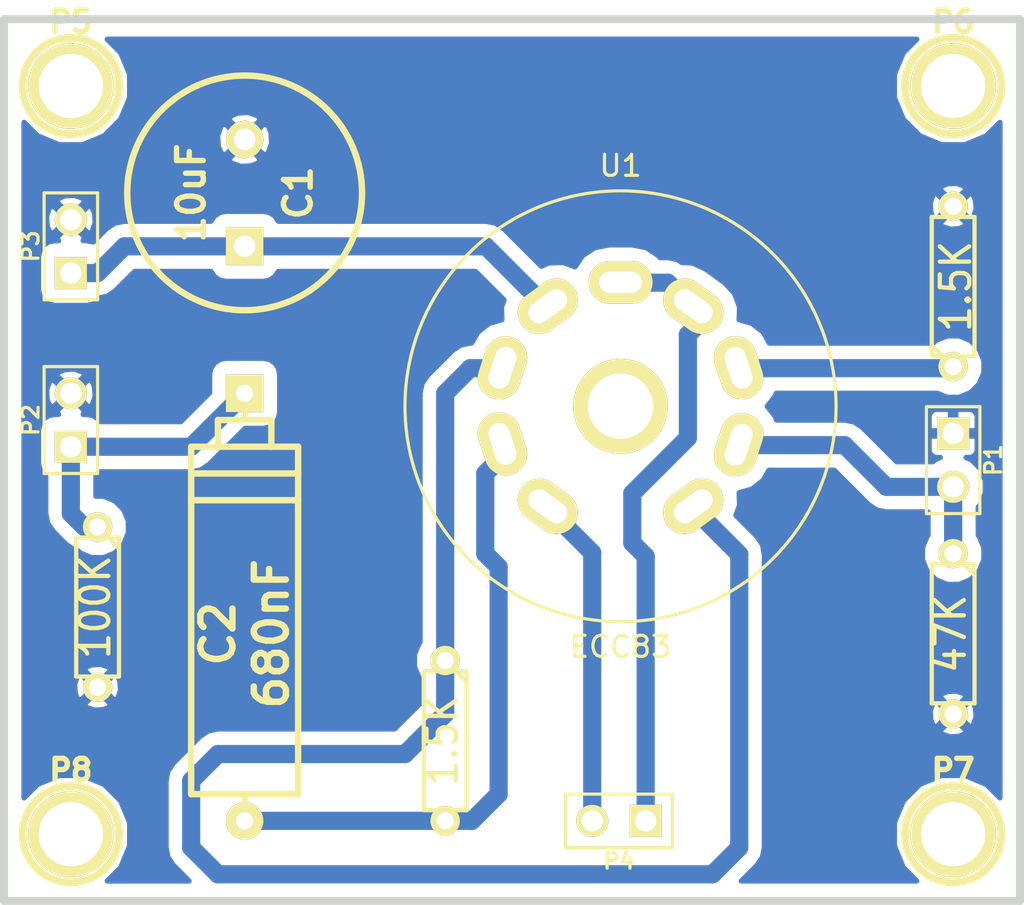
<source format=kicad_pcb>
(kicad_pcb (version 4) (host pcbnew "(2014-12-31 BZR 5344)-product")

  (general
    (links 21)
    (no_connects 1)
    (area 119.824499 90.614499 168.465501 132.905501)
    (thickness 1.6002)
    (drawings 4)
    (tracks 49)
    (zones 0)
    (modules 15)
    (nets 14)
  )

  (page A4)
  (layers
    (0 Dessus signal)
    (31 Dessous signal)
    (32 B.Adhes user)
    (33 F.Adhes user)
    (34 B.Paste user)
    (35 F.Paste user)
    (36 B.SilkS user)
    (37 F.SilkS user)
    (38 B.Mask user)
    (39 F.Mask user)
    (40 Dwgs.User user)
    (41 Cmts.User user)
    (42 Eco1.User user)
    (43 Eco2.User user)
    (44 Edge.Cuts user)
  )

  (setup
    (last_trace_width 0.8636)
    (user_trace_width 1)
    (user_trace_width 2)
    (user_trace_width 3)
    (trace_clearance 0.508)
    (zone_clearance 0.635)
    (zone_45_only no)
    (trace_min 0.154)
    (segment_width 0.381)
    (edge_width 0.381)
    (via_size 1.905)
    (via_drill 0.635)
    (via_min_size 0.889)
    (via_min_drill 0.508)
    (user_via 2 1)
    (user_via 3 2)
    (uvia_size 0.508)
    (uvia_drill 0.127)
    (uvias_allowed no)
    (uvia_min_size 0.508)
    (uvia_min_drill 0.127)
    (pcb_text_width 0.3048)
    (pcb_text_size 1.524 2.032)
    (mod_edge_width 0.381)
    (mod_text_size 1.524 1.524)
    (mod_text_width 0.3048)
    (pad_size 2.794 1.397)
    (pad_drill 1.9304)
    (pad_to_mask_clearance 0.1)
    (aux_axis_origin 0 0)
    (visible_elements 7FFFF7FF)
    (pcbplotparams
      (layerselection 0x00030_80000001)
      (usegerberextensions true)
      (excludeedgelayer true)
      (linewidth 0.150000)
      (plotframeref false)
      (viasonmask false)
      (mode 1)
      (useauxorigin false)
      (hpglpennumber 1)
      (hpglpenspeed 20)
      (hpglpendiameter 15)
      (hpglpenoverlay 2)
      (psnegative false)
      (psa4output false)
      (plotreference true)
      (plotvalue true)
      (plotinvisibletext false)
      (padsonsilk false)
      (subtractmaskfromsilk false)
      (outputformat 1)
      (mirror false)
      (drillshape 1)
      (scaleselection 1)
      (outputdirectory ""))
  )

  (net 0 "")
  (net 1 GND)
  (net 2 "Net-(C1-Pad1)")
  (net 3 "Net-(C2-Pad1)")
  (net 4 "Net-(C2-Pad2)")
  (net 5 "Net-(P1-Pad2)")
  (net 6 "Net-(P4-Pad1)")
  (net 7 "Net-(P4-Pad2)")
  (net 8 "Net-(R1-Pad1)")
  (net 9 "Net-(R2-Pad1)")
  (net 10 "Net-(P5-Pad1)")
  (net 11 "Net-(P6-Pad1)")
  (net 12 "Net-(P7-Pad1)")
  (net 13 "Net-(P8-Pad1)")

  (net_class Default "Ceci est la Netclass par défaut"
    (clearance 0.508)
    (trace_width 0.8636)
    (via_dia 1.905)
    (via_drill 0.635)
    (uvia_dia 0.508)
    (uvia_drill 0.127)
    (add_net GND)
    (add_net "Net-(C1-Pad1)")
    (add_net "Net-(C2-Pad1)")
    (add_net "Net-(C2-Pad2)")
    (add_net "Net-(P1-Pad2)")
    (add_net "Net-(P4-Pad1)")
    (add_net "Net-(P4-Pad2)")
    (add_net "Net-(P5-Pad1)")
    (add_net "Net-(P6-Pad1)")
    (add_net "Net-(P7-Pad1)")
    (add_net "Net-(P8-Pad1)")
    (add_net "Net-(R1-Pad1)")
    (add_net "Net-(R2-Pad1)")
  )

  (module discret:C2V10 (layer Dessus) (tedit 54A58223) (tstamp 54A58357)
    (at 131.445 99.06 90)
    (descr "Condensateur polarise")
    (tags CP)
    (path /4549F4BE)
    (fp_text reference C1 (at 0 2.54 90) (layer F.SilkS)
      (effects (font (size 1.27 1.27) (thickness 0.254)))
    )
    (fp_text value 10uF (at 0 -2.54 90) (layer F.SilkS)
      (effects (font (size 1.27 1.27) (thickness 0.254)))
    )
    (fp_circle (center 0 0) (end 4.826 -2.794) (layer F.SilkS) (width 0.3048))
    (pad 1 thru_hole rect (at -2.54 0 90) (size 1.778 1.778) (drill 1.016) (layers *.Cu *.Mask F.SilkS)
      (net 2 "Net-(C1-Pad1)"))
    (pad 2 thru_hole circle (at 2.54 0 90) (size 1.778 1.778) (drill 1.016) (layers *.Cu *.Mask F.SilkS)
      (net 1 GND))
    (model discret/c_vert_c2v10.wrl
      (at (xyz 0 0 0))
      (scale (xyz 1 1 1))
      (rotate (xyz 0 0 0))
    )
  )

  (module discret:CP8 (layer Dessus) (tedit 54A58223) (tstamp 54A5835C)
    (at 131.445 118.745 270)
    (descr "Condensateur polarise")
    (tags CP)
    (path /4549F3BE)
    (fp_text reference C2 (at 1.27 1.27 270) (layer F.SilkS)
      (effects (font (thickness 0.3048)))
    )
    (fp_text value 680nF (at 1.27 -1.27 270) (layer F.SilkS)
      (effects (font (thickness 0.3048)))
    )
    (fp_line (start -10.16 0) (end -8.89 0) (layer F.SilkS) (width 0.3048))
    (fp_line (start -7.62 1.27) (end -8.89 1.27) (layer F.SilkS) (width 0.3048))
    (fp_line (start -8.89 1.27) (end -8.89 -1.27) (layer F.SilkS) (width 0.3048))
    (fp_line (start -8.89 -1.27) (end -7.62 -1.27) (layer F.SilkS) (width 0.3048))
    (fp_line (start -7.62 2.54) (end -7.62 -2.54) (layer F.SilkS) (width 0.3048))
    (fp_line (start -7.62 -2.54) (end 8.89 -2.54) (layer F.SilkS) (width 0.3048))
    (fp_line (start 8.89 -2.54) (end 8.89 2.54) (layer F.SilkS) (width 0.3048))
    (fp_line (start 8.89 2.54) (end -7.62 2.54) (layer F.SilkS) (width 0.3048))
    (fp_line (start 8.89 0) (end 10.16 0) (layer F.SilkS) (width 0.3048))
    (fp_line (start -5.08 -2.54) (end -5.08 2.54) (layer F.SilkS) (width 0.3048))
    (fp_line (start -6.35 2.54) (end -6.35 -2.54) (layer F.SilkS) (width 0.3048))
    (pad 1 thru_hole rect (at -10.16 0 270) (size 1.778 1.778) (drill 0.8128) (layers *.Cu *.Mask F.SilkS)
      (net 3 "Net-(C2-Pad1)"))
    (pad 2 thru_hole circle (at 10.16 0 270) (size 1.778 1.778) (drill 0.8128) (layers *.Cu *.Mask F.SilkS)
      (net 4 "Net-(C2-Pad2)"))
    (model discret/c_pol.wrl
      (at (xyz 0 0 0))
      (scale (xyz 0.8 0.8 0.8))
      (rotate (xyz 0 0 0))
    )
  )

  (module pin_array:pin_array_1x02 (layer Dessus) (tedit 541A9B89) (tstamp 54A58361)
    (at 165.1 111.76 270)
    (descr "Connecteurs 2 pins")
    (tags "CONN DEV")
    (path /4549F464)
    (fp_text reference P1 (at 0 -1.905 270) (layer F.SilkS)
      (effects (font (size 0.762 0.762) (thickness 0.1524)))
    )
    (fp_text value IN (at 0 -1.905 270) (layer F.SilkS) hide
      (effects (font (size 0.762 0.762) (thickness 0.1524)))
    )
    (fp_line (start -2.54 1.27) (end -2.54 -1.27) (layer F.SilkS) (width 0.1524))
    (fp_line (start -2.54 -1.27) (end 2.54 -1.27) (layer F.SilkS) (width 0.1524))
    (fp_line (start 2.54 -1.27) (end 2.54 1.27) (layer F.SilkS) (width 0.1524))
    (fp_line (start 2.54 1.27) (end -2.54 1.27) (layer F.SilkS) (width 0.1524))
    (pad 1 thru_hole rect (at -1.27 0 270) (size 1.524 1.524) (drill 1.016) (layers *.Cu *.Mask F.SilkS)
      (net 1 GND))
    (pad 2 thru_hole circle (at 1.27 0 270) (size 1.524 1.524) (drill 1.016) (layers *.Cu *.Mask F.SilkS)
      (net 5 "Net-(P1-Pad2)"))
    (model pin_array/pins_array_2x1.wrl
      (at (xyz 0 0 0))
      (scale (xyz 1 1 1))
      (rotate (xyz 0 0 0))
    )
  )

  (module pin_array:pin_array_1x02 (layer Dessus) (tedit 541A9B89) (tstamp 54A58366)
    (at 123.19 109.855 90)
    (descr "Connecteurs 2 pins")
    (tags "CONN DEV")
    (path /4549F46C)
    (fp_text reference P2 (at 0 -1.905 90) (layer F.SilkS)
      (effects (font (size 0.762 0.762) (thickness 0.1524)))
    )
    (fp_text value OUT (at 0 -1.905 90) (layer F.SilkS) hide
      (effects (font (size 0.762 0.762) (thickness 0.1524)))
    )
    (fp_line (start -2.54 1.27) (end -2.54 -1.27) (layer F.SilkS) (width 0.1524))
    (fp_line (start -2.54 -1.27) (end 2.54 -1.27) (layer F.SilkS) (width 0.1524))
    (fp_line (start 2.54 -1.27) (end 2.54 1.27) (layer F.SilkS) (width 0.1524))
    (fp_line (start 2.54 1.27) (end -2.54 1.27) (layer F.SilkS) (width 0.1524))
    (pad 1 thru_hole rect (at -1.27 0 90) (size 1.524 1.524) (drill 1.016) (layers *.Cu *.Mask F.SilkS)
      (net 3 "Net-(C2-Pad1)"))
    (pad 2 thru_hole circle (at 1.27 0 90) (size 1.524 1.524) (drill 1.016) (layers *.Cu *.Mask F.SilkS)
      (net 1 GND))
    (model pin_array/pins_array_2x1.wrl
      (at (xyz 0 0 0))
      (scale (xyz 1 1 1))
      (rotate (xyz 0 0 0))
    )
  )

  (module pin_array:pin_array_1x02 (layer Dessus) (tedit 541A9B89) (tstamp 54A5836B)
    (at 123.19 101.6 90)
    (descr "Connecteurs 2 pins")
    (tags "CONN DEV")
    (path /4549F4A5)
    (fp_text reference P3 (at 0 -1.905 90) (layer F.SilkS)
      (effects (font (size 0.762 0.762) (thickness 0.1524)))
    )
    (fp_text value POWER (at 0 -1.905 90) (layer F.SilkS) hide
      (effects (font (size 0.762 0.762) (thickness 0.1524)))
    )
    (fp_line (start -2.54 1.27) (end -2.54 -1.27) (layer F.SilkS) (width 0.1524))
    (fp_line (start -2.54 -1.27) (end 2.54 -1.27) (layer F.SilkS) (width 0.1524))
    (fp_line (start 2.54 -1.27) (end 2.54 1.27) (layer F.SilkS) (width 0.1524))
    (fp_line (start 2.54 1.27) (end -2.54 1.27) (layer F.SilkS) (width 0.1524))
    (pad 1 thru_hole rect (at -1.27 0 90) (size 1.524 1.524) (drill 1.016) (layers *.Cu *.Mask F.SilkS)
      (net 2 "Net-(C1-Pad1)"))
    (pad 2 thru_hole circle (at 1.27 0 90) (size 1.524 1.524) (drill 1.016) (layers *.Cu *.Mask F.SilkS)
      (net 1 GND))
    (model pin_array/pins_array_2x1.wrl
      (at (xyz 0 0 0))
      (scale (xyz 1 1 1))
      (rotate (xyz 0 0 0))
    )
  )

  (module pin_array:pin_array_1x02 (layer Dessus) (tedit 541A9B89) (tstamp 54A58370)
    (at 149.225 128.905 180)
    (descr "Connecteurs 2 pins")
    (tags "CONN DEV")
    (path /456A8ACC)
    (fp_text reference P4 (at 0 -1.905 180) (layer F.SilkS)
      (effects (font (size 0.762 0.762) (thickness 0.1524)))
    )
    (fp_text value CONN_2 (at 0 -1.905 180) (layer F.SilkS) hide
      (effects (font (size 0.762 0.762) (thickness 0.1524)))
    )
    (fp_line (start -2.54 1.27) (end -2.54 -1.27) (layer F.SilkS) (width 0.1524))
    (fp_line (start -2.54 -1.27) (end 2.54 -1.27) (layer F.SilkS) (width 0.1524))
    (fp_line (start 2.54 -1.27) (end 2.54 1.27) (layer F.SilkS) (width 0.1524))
    (fp_line (start 2.54 1.27) (end -2.54 1.27) (layer F.SilkS) (width 0.1524))
    (pad 1 thru_hole rect (at -1.27 0 180) (size 1.524 1.524) (drill 1.016) (layers *.Cu *.Mask F.SilkS)
      (net 6 "Net-(P4-Pad1)"))
    (pad 2 thru_hole circle (at 1.27 0 180) (size 1.524 1.524) (drill 1.016) (layers *.Cu *.Mask F.SilkS)
      (net 7 "Net-(P4-Pad2)"))
    (model pin_array/pins_array_2x1.wrl
      (at (xyz 0 0 0))
      (scale (xyz 1 1 1))
      (rotate (xyz 0 0 0))
    )
  )

  (module discret:R3 (layer Dessus) (tedit 54A58223) (tstamp 54A58389)
    (at 140.97 125.095 270)
    (descr "Resitance 3 pas")
    (tags R)
    (path /4549F38A)
    (autoplace_cost180 10)
    (fp_text reference R1 (at 0 0.127 270) (layer F.SilkS) hide
      (effects (font (size 1.397 1.27) (thickness 0.2032)))
    )
    (fp_text value 1.5K (at 0 0.127 270) (layer F.SilkS)
      (effects (font (size 1.397 1.27) (thickness 0.2032)))
    )
    (fp_line (start -3.81 0) (end -3.302 0) (layer F.SilkS) (width 0.2032))
    (fp_line (start 3.81 0) (end 3.302 0) (layer F.SilkS) (width 0.2032))
    (fp_line (start 3.302 0) (end 3.302 -1.016) (layer F.SilkS) (width 0.2032))
    (fp_line (start 3.302 -1.016) (end -3.302 -1.016) (layer F.SilkS) (width 0.2032))
    (fp_line (start -3.302 -1.016) (end -3.302 1.016) (layer F.SilkS) (width 0.2032))
    (fp_line (start -3.302 1.016) (end 3.302 1.016) (layer F.SilkS) (width 0.2032))
    (fp_line (start 3.302 1.016) (end 3.302 0) (layer F.SilkS) (width 0.2032))
    (fp_line (start -3.302 -0.508) (end -2.794 -1.016) (layer F.SilkS) (width 0.2032))
    (pad 1 thru_hole circle (at -3.81 0 270) (size 1.397 1.397) (drill 0.8128) (layers *.Cu *.Mask F.SilkS)
      (net 8 "Net-(R1-Pad1)"))
    (pad 2 thru_hole circle (at 3.81 0 270) (size 1.397 1.397) (drill 0.8128) (layers *.Cu *.Mask F.SilkS)
      (net 4 "Net-(C2-Pad2)"))
    (model discret/resistor.wrl
      (at (xyz 0 0 0))
      (scale (xyz 0.3 0.3 0.3))
      (rotate (xyz 0 0 0))
    )
  )

  (module discret:R3 (layer Dessus) (tedit 54A58223) (tstamp 54A5838E)
    (at 165.1 103.505 90)
    (descr "Resitance 3 pas")
    (tags R)
    (path /4549F39D)
    (autoplace_cost180 10)
    (fp_text reference R2 (at 0 0.127 90) (layer F.SilkS) hide
      (effects (font (size 1.397 1.27) (thickness 0.2032)))
    )
    (fp_text value 1.5K (at 0 0.127 90) (layer F.SilkS)
      (effects (font (size 1.397 1.27) (thickness 0.2032)))
    )
    (fp_line (start -3.81 0) (end -3.302 0) (layer F.SilkS) (width 0.2032))
    (fp_line (start 3.81 0) (end 3.302 0) (layer F.SilkS) (width 0.2032))
    (fp_line (start 3.302 0) (end 3.302 -1.016) (layer F.SilkS) (width 0.2032))
    (fp_line (start 3.302 -1.016) (end -3.302 -1.016) (layer F.SilkS) (width 0.2032))
    (fp_line (start -3.302 -1.016) (end -3.302 1.016) (layer F.SilkS) (width 0.2032))
    (fp_line (start -3.302 1.016) (end 3.302 1.016) (layer F.SilkS) (width 0.2032))
    (fp_line (start 3.302 1.016) (end 3.302 0) (layer F.SilkS) (width 0.2032))
    (fp_line (start -3.302 -0.508) (end -2.794 -1.016) (layer F.SilkS) (width 0.2032))
    (pad 1 thru_hole circle (at -3.81 0 90) (size 1.397 1.397) (drill 0.8128) (layers *.Cu *.Mask F.SilkS)
      (net 9 "Net-(R2-Pad1)"))
    (pad 2 thru_hole circle (at 3.81 0 90) (size 1.397 1.397) (drill 0.8128) (layers *.Cu *.Mask F.SilkS)
      (net 1 GND))
    (model discret/resistor.wrl
      (at (xyz 0 0 0))
      (scale (xyz 0.3 0.3 0.3))
      (rotate (xyz 0 0 0))
    )
  )

  (module discret:R3 (layer Dessus) (tedit 54A58223) (tstamp 54A58393)
    (at 124.46 118.745 270)
    (descr "Resitance 3 pas")
    (tags R)
    (path /4549F3AD)
    (autoplace_cost180 10)
    (fp_text reference R3 (at 0 0.127 270) (layer F.SilkS) hide
      (effects (font (size 1.397 1.27) (thickness 0.2032)))
    )
    (fp_text value 100K (at 0 0.127 270) (layer F.SilkS)
      (effects (font (size 1.397 1.27) (thickness 0.2032)))
    )
    (fp_line (start -3.81 0) (end -3.302 0) (layer F.SilkS) (width 0.2032))
    (fp_line (start 3.81 0) (end 3.302 0) (layer F.SilkS) (width 0.2032))
    (fp_line (start 3.302 0) (end 3.302 -1.016) (layer F.SilkS) (width 0.2032))
    (fp_line (start 3.302 -1.016) (end -3.302 -1.016) (layer F.SilkS) (width 0.2032))
    (fp_line (start -3.302 -1.016) (end -3.302 1.016) (layer F.SilkS) (width 0.2032))
    (fp_line (start -3.302 1.016) (end 3.302 1.016) (layer F.SilkS) (width 0.2032))
    (fp_line (start 3.302 1.016) (end 3.302 0) (layer F.SilkS) (width 0.2032))
    (fp_line (start -3.302 -0.508) (end -2.794 -1.016) (layer F.SilkS) (width 0.2032))
    (pad 1 thru_hole circle (at -3.81 0 270) (size 1.397 1.397) (drill 0.8128) (layers *.Cu *.Mask F.SilkS)
      (net 3 "Net-(C2-Pad1)"))
    (pad 2 thru_hole circle (at 3.81 0 270) (size 1.397 1.397) (drill 0.8128) (layers *.Cu *.Mask F.SilkS)
      (net 1 GND))
    (model discret/resistor.wrl
      (at (xyz 0 0 0))
      (scale (xyz 0.3 0.3 0.3))
      (rotate (xyz 0 0 0))
    )
  )

  (module discret:R3 (layer Dessus) (tedit 54A58223) (tstamp 54A58398)
    (at 165.1 120.015 270)
    (descr "Resitance 3 pas")
    (tags R)
    (path /4549F3A2)
    (autoplace_cost180 10)
    (fp_text reference R4 (at 0 0.127 270) (layer F.SilkS) hide
      (effects (font (size 1.397 1.27) (thickness 0.2032)))
    )
    (fp_text value 47K (at 0 0.127 270) (layer F.SilkS)
      (effects (font (size 1.397 1.27) (thickness 0.2032)))
    )
    (fp_line (start -3.81 0) (end -3.302 0) (layer F.SilkS) (width 0.2032))
    (fp_line (start 3.81 0) (end 3.302 0) (layer F.SilkS) (width 0.2032))
    (fp_line (start 3.302 0) (end 3.302 -1.016) (layer F.SilkS) (width 0.2032))
    (fp_line (start 3.302 -1.016) (end -3.302 -1.016) (layer F.SilkS) (width 0.2032))
    (fp_line (start -3.302 -1.016) (end -3.302 1.016) (layer F.SilkS) (width 0.2032))
    (fp_line (start -3.302 1.016) (end 3.302 1.016) (layer F.SilkS) (width 0.2032))
    (fp_line (start 3.302 1.016) (end 3.302 0) (layer F.SilkS) (width 0.2032))
    (fp_line (start -3.302 -0.508) (end -2.794 -1.016) (layer F.SilkS) (width 0.2032))
    (pad 1 thru_hole circle (at -3.81 0 270) (size 1.397 1.397) (drill 0.8128) (layers *.Cu *.Mask F.SilkS)
      (net 5 "Net-(P1-Pad2)"))
    (pad 2 thru_hole circle (at 3.81 0 270) (size 1.397 1.397) (drill 0.8128) (layers *.Cu *.Mask F.SilkS)
      (net 1 GND))
    (model discret/resistor.wrl
      (at (xyz 0 0 0))
      (scale (xyz 0.3 0.3 0.3))
      (rotate (xyz 0 0 0))
    )
  )

  (module connect:1pin (layer Dessus) (tedit 54A58223) (tstamp 54A583D2)
    (at 123.19 93.98)
    (descr "module 1 pin (ou trou mecanique de percage)")
    (tags DEV)
    (path /54A5830A)
    (fp_text reference P5 (at 0 -3.048) (layer F.SilkS)
      (effects (font (size 1.016 1.016) (thickness 0.254)))
    )
    (fp_text value CONN_1 (at 0 2.794) (layer F.SilkS) hide
      (effects (font (size 1.016 1.016) (thickness 0.254)))
    )
    (fp_circle (center 0 0) (end 0 -2.286) (layer F.SilkS) (width 0.381))
    (pad 1 thru_hole circle (at 0 0) (size 4.064 4.064) (drill 3.048) (layers *.Cu *.Mask F.SilkS)
      (net 10 "Net-(P5-Pad1)"))
  )

  (module connect:1pin (layer Dessus) (tedit 54A58223) (tstamp 54A583D6)
    (at 165.1 93.98)
    (descr "module 1 pin (ou trou mecanique de percage)")
    (tags DEV)
    (path /54A58363)
    (fp_text reference P6 (at 0 -3.048) (layer F.SilkS)
      (effects (font (size 1.016 1.016) (thickness 0.254)))
    )
    (fp_text value CONN_1 (at 0 2.794) (layer F.SilkS) hide
      (effects (font (size 1.016 1.016) (thickness 0.254)))
    )
    (fp_circle (center 0 0) (end 0 -2.286) (layer F.SilkS) (width 0.381))
    (pad 1 thru_hole circle (at 0 0) (size 4.064 4.064) (drill 3.048) (layers *.Cu *.Mask F.SilkS)
      (net 11 "Net-(P6-Pad1)"))
  )

  (module connect:1pin (layer Dessus) (tedit 54A58223) (tstamp 54A583DA)
    (at 165.1 129.54)
    (descr "module 1 pin (ou trou mecanique de percage)")
    (tags DEV)
    (path /54A5837A)
    (fp_text reference P7 (at 0 -3.048) (layer F.SilkS)
      (effects (font (size 1.016 1.016) (thickness 0.254)))
    )
    (fp_text value CONN_1 (at 0 2.794) (layer F.SilkS) hide
      (effects (font (size 1.016 1.016) (thickness 0.254)))
    )
    (fp_circle (center 0 0) (end 0 -2.286) (layer F.SilkS) (width 0.381))
    (pad 1 thru_hole circle (at 0 0) (size 4.064 4.064) (drill 3.048) (layers *.Cu *.Mask F.SilkS)
      (net 12 "Net-(P7-Pad1)"))
  )

  (module connect:1pin (layer Dessus) (tedit 54A58223) (tstamp 54A583DE)
    (at 123.19 129.54)
    (descr "module 1 pin (ou trou mecanique de percage)")
    (tags DEV)
    (path /54A58391)
    (fp_text reference P8 (at 0 -3.048) (layer F.SilkS)
      (effects (font (size 1.016 1.016) (thickness 0.254)))
    )
    (fp_text value CONN_1 (at 0 2.794) (layer F.SilkS) hide
      (effects (font (size 1.016 1.016) (thickness 0.254)))
    )
    (fp_circle (center 0 0) (end 0 -2.286) (layer F.SilkS) (width 0.381))
    (pad 1 thru_hole circle (at 0 0) (size 4.064 4.064) (drill 3.048) (layers *.Cu *.Mask F.SilkS)
      (net 13 "Net-(P8-Pad1)"))
  )

  (module Valves:VALVE-ECC-83-2 (layer Dessus) (tedit 54A5A61F) (tstamp 54A5A6B2)
    (at 149.3 109.2)
    (path /48B4F266)
    (fp_text reference U1 (at 0 -11.43) (layer F.SilkS)
      (effects (font (size 1 1) (thickness 0.15)))
    )
    (fp_text value ECC83 (at 0 11.43) (layer F.SilkS)
      (effects (font (size 1 1) (thickness 0.15)))
    )
    (fp_circle (center 0 0) (end 10.16 1.27) (layer F.SilkS) (width 0.15))
    (pad 1 thru_hole oval (at 3.4544 4.75488 306) (size 2.032 3.048) (drill oval 1.016 2.032) (layers *.Cu *.Mask F.SilkS)
      (net 8 "Net-(R1-Pad1)"))
    (pad 2 thru_hole oval (at 5.60832 1.8288 342) (size 2.032 3.048) (drill oval 1.016 2.032) (layers *.Cu *.Mask F.SilkS)
      (net 5 "Net-(P1-Pad2)"))
    (pad 3 thru_hole oval (at 5.60832 -1.8288 18) (size 2.032 3.048) (drill oval 1.016 2.032) (layers *.Cu *.Mask F.SilkS)
      (net 9 "Net-(R2-Pad1)"))
    (pad 4 thru_hole oval (at 3.4544 -4.75488 54) (size 2.032 3.048) (drill oval 1.016 2.032) (layers *.Cu *.Mask F.SilkS)
      (net 6 "Net-(P4-Pad1)"))
    (pad 5 thru_hole oval (at 0 -5.8928 90) (size 2.032 3.048) (drill oval 1.016 2.032) (layers *.Cu *.Mask F.SilkS)
      (net 6 "Net-(P4-Pad1)"))
    (pad 6 thru_hole oval (at -3.4544 -4.75488 306) (size 2.032 3.048) (drill oval 1.016 2.032) (layers *.Cu *.Mask F.SilkS)
      (net 2 "Net-(C1-Pad1)"))
    (pad 7 thru_hole oval (at -5.60832 -1.8288 342) (size 2.032 3.048) (drill oval 1.016 2.032) (layers *.Cu *.Mask F.SilkS)
      (net 8 "Net-(R1-Pad1)"))
    (pad 8 thru_hole oval (at -5.60832 1.78816 18) (size 2.032 3.048) (drill oval 1.016 2.032) (layers *.Cu *.Mask F.SilkS)
      (net 4 "Net-(C2-Pad2)"))
    (pad 9 thru_hole oval (at -3.4544 4.75488 54) (size 2.032 3.048) (drill oval 1.016 2.032) (layers *.Cu *.Mask F.SilkS)
      (net 7 "Net-(P4-Pad2)"))
    (pad 2 thru_hole circle (at 0 0) (size 4.50088 4.50088) (drill 3.0988) (layers *.Cu *.Mask F.SilkS)
      (net 5 "Net-(P1-Pad2)"))
    (model Valves/VALVE-ECC-83-2.wrl
      (at (xyz 0 0 0))
      (scale (xyz 1 1 1))
      (rotate (xyz 0 0 0))
    )
  )

  (gr_line (start 168.275 132.715) (end 120.015 132.715) (angle 90) (layer Edge.Cuts) (width 0.381))
  (gr_line (start 168.275 90.805) (end 120.015 90.805) (angle 90) (layer Edge.Cuts) (width 0.381))
  (gr_line (start 168.275 90.805) (end 168.275 132.715) (angle 90) (layer Edge.Cuts) (width 0.381))
  (gr_line (start 120.015 90.805) (end 120.015 132.715) (angle 90) (layer Edge.Cuts) (width 0.381))

  (segment (start 165.1 123.825) (end 165.354 123.825) (width 0.8636) (layer Dessous) (net 1) (status 30))
  (segment (start 124.46 102.87) (end 125.73 101.6) (width 0.8636) (layer Dessous) (net 2))
  (segment (start 131.445 101.6) (end 142.90548 101.6) (width 0.8636) (layer Dessous) (net 2) (status 810))
  (segment (start 142.90548 101.6) (end 145.7706 104.46512) (width 0.8636) (layer Dessous) (net 2) (status 420))
  (segment (start 123.19 102.87) (end 124.46 102.87) (width 0.8636) (layer Dessous) (net 2) (status 810))
  (segment (start 125.73 101.6) (end 131.445 101.6) (width 0.8636) (layer Dessous) (net 2) (status 420))
  (segment (start 128.905 111.125) (end 123.19 111.125) (width 0.8636) (layer Dessous) (net 3) (status 420))
  (segment (start 131.445 108.585) (end 128.905 111.125) (width 0.8636) (layer Dessous) (net 3) (status 810))
  (segment (start 123.825 114.935) (end 123.19 114.3) (width 0.8636) (layer Dessous) (net 3) (status 10))
  (segment (start 123.19 114.3) (end 123.19 111.125) (width 0.8636) (layer Dessous) (net 3) (status 20))
  (segment (start 124.46 114.935) (end 123.825 114.935) (width 0.8636) (layer Dessous) (net 3) (status 30))
  (segment (start 131.445 128.905) (end 140.97 128.905) (width 0.8636) (layer Dessous) (net 4) (status C30))
  (segment (start 143.61668 111.00816) (end 143.61668 111.65332) (width 0.8636) (layer Dessous) (net 4) (status 830))
  (segment (start 143.51 127.635) (end 143.51 116.84) (width 0.8636) (layer Dessous) (net 4))
  (segment (start 142.24 128.905) (end 143.51 127.635) (width 0.8636) (layer Dessous) (net 4))
  (segment (start 140.97 128.905) (end 142.24 128.905) (width 0.8636) (layer Dessous) (net 4) (status 810))
  (segment (start 143.61668 111.65332) (end 142.875 112.395) (width 0.8636) (layer Dessous) (net 4) (status 10))
  (segment (start 142.875 112.395) (end 142.875 116.205) (width 0.8636) (layer Dessous) (net 4))
  (segment (start 142.875 116.205) (end 143.51 116.84) (width 0.8636) (layer Dessous) (net 4))
  (segment (start 154.83332 111.0488) (end 159.9438 111.0488) (width 0.8636) (layer Dessous) (net 5) (status 810))
  (segment (start 165.1 113.03) (end 165.1 116.205) (width 0.8636) (layer Dessous) (net 5) (status C30))
  (segment (start 159.9438 111.0488) (end 161.925 113.03) (width 0.8636) (layer Dessous) (net 5))
  (segment (start 161.925 113.03) (end 165.1 113.03) (width 0.8636) (layer Dessous) (net 5) (status 420))
  (segment (start 152.7544 104.44512) (end 152.7544 105.5456) (width 0.8636) (layer Dessous) (net 6) (status C00000))
  (segment (start 152.7544 105.5456) (end 152.5 105.8) (width 0.8636) (layer Dessous) (net 6) (tstamp 54A5A703) (status 400000))
  (segment (start 152.5 105.8) (end 152.5 110.7) (width 0.8636) (layer Dessous) (net 6) (tstamp 54A5A705))
  (segment (start 152.5 110.7) (end 149.86 113.34) (width 0.8636) (layer Dessous) (net 6) (tstamp 54A5A707))
  (segment (start 149.86 113.34) (end 149.86 115.697) (width 0.8636) (layer Dessous) (net 6) (tstamp 54A5A709))
  (segment (start 150.495 128.905) (end 150.495 116.332) (width 0.8636) (layer Dessous) (net 6) (status 810))
  (segment (start 151.54148 103.3272) (end 152.6794 104.46512) (width 0.8636) (layer Dessous) (net 6) (status 420))
  (segment (start 149.225 103.3272) (end 151.54148 103.3272) (width 0.8636) (layer Dessous) (net 6) (status 10))
  (segment (start 149.86 115.697) (end 150.495 116.332) (width 0.8636) (layer Dessous) (net 6))
  (segment (start 147.955 116.15928) (end 145.7706 113.97488) (width 0.8636) (layer Dessous) (net 7) (status 420))
  (segment (start 147.955 128.905) (end 147.955 116.15928) (width 0.8636) (layer Dessous) (net 7) (status 810))
  (segment (start 140.97 123.825) (end 139.065 125.73) (width 0.8636) (layer Dessous) (net 8))
  (segment (start 139.065 125.73) (end 130.175 125.73) (width 0.8636) (layer Dessous) (net 8))
  (segment (start 130.175 125.73) (end 128.905 127) (width 0.8636) (layer Dessous) (net 8))
  (segment (start 143.61668 107.3912) (end 142.1638 107.3912) (width 0.8636) (layer Dessous) (net 8) (status 810))
  (segment (start 140.97 108.585) (end 140.97 121.285) (width 0.8636) (layer Dessous) (net 8) (status 420))
  (segment (start 142.1638 107.3912) (end 140.97 108.585) (width 0.8636) (layer Dessous) (net 8))
  (segment (start 140.97 121.285) (end 140.97 123.825) (width 0.8636) (layer Dessous) (net 8) (status 810))
  (segment (start 154.94 116.23548) (end 152.6794 113.97488) (width 0.8636) (layer Dessous) (net 8) (status 420))
  (segment (start 154.94 130.175) (end 154.94 116.23548) (width 0.8636) (layer Dessous) (net 8))
  (segment (start 128.905 127) (end 128.905 130.175) (width 0.8636) (layer Dessous) (net 8))
  (segment (start 128.905 130.175) (end 130.175 131.445) (width 0.8636) (layer Dessous) (net 8))
  (segment (start 130.175 131.445) (end 153.67 131.445) (width 0.8636) (layer Dessous) (net 8))
  (segment (start 153.67 131.445) (end 154.94 130.175) (width 0.8636) (layer Dessous) (net 8))
  (segment (start 165.0238 107.3912) (end 165.1 107.315) (width 0.8636) (layer Dessous) (net 9) (status 430))
  (segment (start 154.83332 107.3912) (end 165.0238 107.3912) (width 0.8636) (layer Dessous) (net 9) (status 830))

  (zone (net 1) (net_name GND) (layer Dessous) (tstamp 4EED96A1) (hatch edge 0.508)
    (connect_pads (clearance 0.635))
    (min_thickness 0.254)
    (fill yes (arc_segments 16) (thermal_gap 0.254) (thermal_bridge_width 0.50038))
    (polygon
      (pts
        (xy 167.64 132.08) (xy 167.64 91.44) (xy 120.65 91.44) (xy 120.65 132.08)
      )
    )
    (filled_polygon
      (pts
        (xy 167.3225 127.811617) (xy 166.68474 127.172743) (xy 166.192271 126.968252) (xy 166.192271 123.96054) (xy 166.160996 123.532229)
        (xy 166.057258 123.281783) (xy 165.892676 123.206541) (xy 165.718459 123.380758) (xy 165.718459 123.032324) (xy 165.643217 122.867742)
        (xy 165.23554 122.732729) (xy 164.807229 122.764004) (xy 164.556783 122.867742) (xy 164.481541 123.032324) (xy 165.1 123.650783)
        (xy 165.718459 123.032324) (xy 165.718459 123.380758) (xy 165.274217 123.825) (xy 165.892676 124.443459) (xy 166.057258 124.368217)
        (xy 166.192271 123.96054) (xy 166.192271 126.968252) (xy 165.718459 126.771508) (xy 165.718459 124.617676) (xy 165.1 123.999217)
        (xy 164.925783 124.173434) (xy 164.925783 123.825) (xy 164.307324 123.206541) (xy 164.142742 123.281783) (xy 164.007729 123.68946)
        (xy 164.039004 124.117771) (xy 164.142742 124.368217) (xy 164.307324 124.443459) (xy 164.925783 123.825) (xy 164.925783 124.173434)
        (xy 164.481541 124.617676) (xy 164.556783 124.782258) (xy 164.96446 124.917271) (xy 165.392771 124.885996) (xy 165.643217 124.782258)
        (xy 165.718459 124.617676) (xy 165.718459 126.771508) (xy 165.658199 126.746486) (xy 164.546677 126.745516) (xy 163.519394 127.169981)
        (xy 162.732743 127.95526) (xy 162.306486 128.981801) (xy 162.305516 130.093323) (xy 162.729981 131.120606) (xy 163.370755 131.7625)
        (xy 155.040788 131.7625) (xy 155.784144 131.019144) (xy 156.042927 130.631848) (xy 156.042927 130.631847) (xy 156.1338 130.175)
        (xy 156.1338 116.23548) (xy 156.042927 115.778633) (xy 156.042927 115.778632) (xy 155.784144 115.391336) (xy 154.780713 114.387905)
        (xy 154.957722 113.908101) (xy 154.934257 113.3109) (xy 155.544695 113.13874) (xy 156.089502 112.709248) (xy 156.350837 112.2426)
        (xy 159.449312 112.2426) (xy 161.080856 113.874144) (xy 161.468153 114.132927) (xy 161.925 114.2238) (xy 163.9062 114.2238)
        (xy 163.9062 115.333059) (xy 163.86257 115.376613) (xy 163.639754 115.913214) (xy 163.639247 116.494237) (xy 163.861126 117.031226)
        (xy 164.271613 117.44243) (xy 164.808214 117.665246) (xy 165.389237 117.665753) (xy 165.926226 117.443874) (xy 166.33743 117.033387)
        (xy 166.560246 116.496786) (xy 166.560753 115.915763) (xy 166.338874 115.378774) (xy 166.2938 115.333621) (xy 166.2938 113.991665)
        (xy 166.391231 113.894404) (xy 166.623735 113.334472) (xy 166.624264 112.728188) (xy 166.392738 112.167851) (xy 165.964404 111.738769)
        (xy 165.709683 111.633) (xy 165.786214 111.633) (xy 165.937785 111.633) (xy 166.077819 111.574996) (xy 166.184996 111.46782)
        (xy 166.243 111.327786) (xy 166.243 110.70844) (xy 166.243 110.27156) (xy 166.243 109.652214) (xy 166.184996 109.51218)
        (xy 166.077819 109.405004) (xy 165.937785 109.347) (xy 165.786214 109.347) (xy 165.31844 109.347) (xy 165.22319 109.44225)
        (xy 165.22319 110.36681) (xy 166.14775 110.36681) (xy 166.243 110.27156) (xy 166.243 110.70844) (xy 166.14775 110.61319)
        (xy 165.22319 110.61319) (xy 165.22319 110.63319) (xy 164.97681 110.63319) (xy 164.97681 110.61319) (xy 164.97681 110.36681)
        (xy 164.97681 109.44225) (xy 164.88156 109.347) (xy 164.413786 109.347) (xy 164.262215 109.347) (xy 164.122181 109.405004)
        (xy 164.015004 109.51218) (xy 163.957 109.652214) (xy 163.957 110.27156) (xy 164.05225 110.36681) (xy 164.97681 110.36681)
        (xy 164.97681 110.61319) (xy 164.05225 110.61319) (xy 163.957 110.70844) (xy 163.957 111.327786) (xy 164.015004 111.46782)
        (xy 164.122181 111.574996) (xy 164.262215 111.633) (xy 164.413786 111.633) (xy 164.490184 111.633) (xy 164.237851 111.737262)
        (xy 164.13874 111.8362) (xy 162.419488 111.8362) (xy 160.787944 110.204656) (xy 160.400648 109.945873) (xy 159.9438 109.855)
        (xy 156.708227 109.855) (xy 156.66335 109.695875) (xy 156.272432 109.2) (xy 156.66335 108.704125) (xy 156.696946 108.585)
        (xy 164.35005 108.585) (xy 164.808214 108.775246) (xy 165.389237 108.775753) (xy 165.926226 108.553874) (xy 166.33743 108.143387)
        (xy 166.560246 107.606786) (xy 166.560753 107.025763) (xy 166.338874 106.488774) (xy 166.192271 106.341914) (xy 166.192271 99.83054)
        (xy 166.160996 99.402229) (xy 166.057258 99.151783) (xy 165.892676 99.076541) (xy 165.718459 99.250758) (xy 165.718459 98.902324)
        (xy 165.643217 98.737742) (xy 165.23554 98.602729) (xy 164.807229 98.634004) (xy 164.556783 98.737742) (xy 164.481541 98.902324)
        (xy 165.1 99.520783) (xy 165.718459 98.902324) (xy 165.718459 99.250758) (xy 165.274217 99.695) (xy 165.892676 100.313459)
        (xy 166.057258 100.238217) (xy 166.192271 99.83054) (xy 166.192271 106.341914) (xy 165.928387 106.07757) (xy 165.718459 105.9904)
        (xy 165.718459 100.487676) (xy 165.1 99.869217) (xy 164.925783 100.043434) (xy 164.925783 99.695) (xy 164.307324 99.076541)
        (xy 164.142742 99.151783) (xy 164.007729 99.55946) (xy 164.039004 99.987771) (xy 164.142742 100.238217) (xy 164.307324 100.313459)
        (xy 164.925783 99.695) (xy 164.925783 100.043434) (xy 164.481541 100.487676) (xy 164.556783 100.652258) (xy 164.96446 100.787271)
        (xy 165.392771 100.755996) (xy 165.643217 100.652258) (xy 165.718459 100.487676) (xy 165.718459 105.9904) (xy 165.391786 105.854754)
        (xy 164.810763 105.854247) (xy 164.273774 106.076126) (xy 164.152288 106.1974) (xy 156.373238 106.1974) (xy 156.089502 105.690752)
        (xy 155.544695 105.26126) (xy 154.934257 105.089099) (xy 154.957722 104.491899) (xy 154.717607 103.841037) (xy 154.246695 103.331607)
        (xy 153.352271 102.681769) (xy 152.722255 102.391327) (xy 152.218734 102.371543) (xy 152.218733 102.371543) (xy 151.998328 102.224273)
        (xy 151.54148 102.1334) (xy 151.165771 102.1334) (xy 151.110021 102.049964) (xy 150.533196 101.664542) (xy 149.852785 101.5292)
        (xy 148.747215 101.5292) (xy 148.066804 101.664542) (xy 147.489979 102.049964) (xy 147.13985 102.573968) (xy 146.570951 102.364091)
        (xy 145.877744 102.391328) (xy 145.540546 102.546778) (xy 143.749624 100.755856) (xy 143.362328 100.497073) (xy 142.90548 100.4062)
        (xy 133.045192 100.4062) (xy 132.886808 100.165087) (xy 132.727151 100.057317) (xy 132.727151 96.701126) (xy 132.698867 96.196681)
        (xy 132.560239 95.862003) (xy 132.375891 95.763326) (xy 132.201674 95.937543) (xy 132.201674 95.589109) (xy 132.102997 95.404761)
        (xy 131.626126 95.237849) (xy 131.121681 95.266133) (xy 130.787003 95.404761) (xy 130.688326 95.589109) (xy 131.445 96.345783)
        (xy 132.201674 95.589109) (xy 132.201674 95.937543) (xy 131.619217 96.52) (xy 132.375891 97.276674) (xy 132.560239 97.177997)
        (xy 132.727151 96.701126) (xy 132.727151 100.057317) (xy 132.633568 99.994148) (xy 132.334 99.934072) (xy 132.201674 99.934072)
        (xy 132.201674 97.450891) (xy 131.445 96.694217) (xy 131.270783 96.868434) (xy 131.270783 96.52) (xy 130.514109 95.763326)
        (xy 130.329761 95.862003) (xy 130.162849 96.338874) (xy 130.191133 96.843319) (xy 130.329761 97.177997) (xy 130.514109 97.276674)
        (xy 131.270783 96.52) (xy 131.270783 96.868434) (xy 130.688326 97.450891) (xy 130.787003 97.635239) (xy 131.263874 97.802151)
        (xy 131.768319 97.773867) (xy 132.102997 97.635239) (xy 132.201674 97.450891) (xy 132.201674 99.934072) (xy 130.556 99.934072)
        (xy 130.265452 99.990445) (xy 130.010087 100.158192) (xy 129.842679 100.4062) (xy 125.73 100.4062) (xy 125.273152 100.497073)
        (xy 124.885856 100.755856) (xy 124.345603 101.296108) (xy 124.345603 100.480745) (xy 124.315325 100.02704) (xy 124.19995 99.7485)
        (xy 124.028783 99.665433) (xy 123.854567 99.839649) (xy 123.854567 99.491217) (xy 123.7715 99.32005) (xy 123.340745 99.174397)
        (xy 122.88704 99.204675) (xy 122.6085 99.32005) (xy 122.525433 99.491217) (xy 123.19 100.155783) (xy 123.854567 99.491217)
        (xy 123.854567 99.839649) (xy 123.364217 100.33) (xy 124.028783 100.994567) (xy 124.19995 100.9115) (xy 124.345603 100.480745)
        (xy 124.345603 101.296108) (xy 124.250731 101.39098) (xy 123.952 101.331072) (xy 123.775808 101.331072) (xy 123.854567 101.168783)
        (xy 123.19 100.504217) (xy 123.015783 100.678433) (xy 123.015783 100.33) (xy 122.351217 99.665433) (xy 122.18005 99.7485)
        (xy 122.034397 100.179255) (xy 122.064675 100.63296) (xy 122.18005 100.9115) (xy 122.351217 100.994567) (xy 123.015783 100.33)
        (xy 123.015783 100.678433) (xy 122.525433 101.168783) (xy 122.604191 101.331072) (xy 122.428 101.331072) (xy 122.137452 101.387445)
        (xy 121.882087 101.555192) (xy 121.711148 101.808432) (xy 121.651072 102.108) (xy 121.651072 103.632) (xy 121.707445 103.922548)
        (xy 121.875192 104.177913) (xy 122.128432 104.348852) (xy 122.428 104.408928) (xy 123.952 104.408928) (xy 124.242548 104.352555)
        (xy 124.497913 104.184808) (xy 124.598142 104.036321) (xy 124.916847 103.972927) (xy 124.916848 103.972927) (xy 125.304144 103.714144)
        (xy 126.224488 102.7938) (xy 129.844807 102.7938) (xy 130.003192 103.034913) (xy 130.256432 103.205852) (xy 130.556 103.265928)
        (xy 132.334 103.265928) (xy 132.624548 103.209555) (xy 132.879913 103.041808) (xy 133.04732 102.7938) (xy 142.410992 102.7938)
        (xy 143.768082 104.15089) (xy 143.642278 104.4919) (xy 143.665741 105.089099) (xy 143.055305 105.261261) (xy 142.510498 105.690752)
        (xy 142.226761 106.1974) (xy 142.1638 106.1974) (xy 141.706952 106.288273) (xy 141.319656 106.547056) (xy 140.125856 107.740856)
        (xy 139.867073 108.128152) (xy 139.7762 108.585) (xy 139.7762 120.413059) (xy 139.73257 120.456613) (xy 139.509754 120.993214)
        (xy 139.509247 121.574237) (xy 139.731126 122.111226) (xy 139.7762 122.156378) (xy 139.7762 123.330512) (xy 138.570512 124.5362)
        (xy 133.110928 124.5362) (xy 133.110928 109.474) (xy 133.110928 107.696) (xy 133.054555 107.405452) (xy 132.886808 107.150087)
        (xy 132.633568 106.979148) (xy 132.334 106.919072) (xy 130.556 106.919072) (xy 130.265452 106.975445) (xy 130.010087 107.143192)
        (xy 129.839148 107.396432) (xy 129.779072 107.696) (xy 129.779072 108.56264) (xy 128.410512 109.9312) (xy 124.579767 109.9312)
        (xy 124.504808 109.817087) (xy 124.345603 109.709622) (xy 124.345603 108.735745) (xy 124.315325 108.28204) (xy 124.19995 108.0035)
        (xy 124.028783 107.920433) (xy 123.854567 108.094649) (xy 123.854567 107.746217) (xy 123.7715 107.57505) (xy 123.340745 107.429397)
        (xy 122.88704 107.459675) (xy 122.6085 107.57505) (xy 122.525433 107.746217) (xy 123.19 108.410783) (xy 123.854567 107.746217)
        (xy 123.854567 108.094649) (xy 123.364217 108.585) (xy 124.028783 109.249567) (xy 124.19995 109.1665) (xy 124.345603 108.735745)
        (xy 124.345603 109.709622) (xy 124.251568 109.646148) (xy 123.952 109.586072) (xy 123.775808 109.586072) (xy 123.854567 109.423783)
        (xy 123.19 108.759217) (xy 123.015783 108.933433) (xy 123.015783 108.585) (xy 122.351217 107.920433) (xy 122.18005 108.0035)
        (xy 122.034397 108.434255) (xy 122.064675 108.88796) (xy 122.18005 109.1665) (xy 122.351217 109.249567) (xy 123.015783 108.585)
        (xy 123.015783 108.933433) (xy 122.525433 109.423783) (xy 122.604191 109.586072) (xy 122.428 109.586072) (xy 122.137452 109.642445)
        (xy 121.882087 109.810192) (xy 121.711148 110.063432) (xy 121.651072 110.363) (xy 121.651072 111.887) (xy 121.707445 112.177548)
        (xy 121.875192 112.432913) (xy 121.9962 112.514594) (xy 121.9962 114.3) (xy 122.087073 114.756848) (xy 122.345856 115.144144)
        (xy 122.980856 115.779144) (xy 123.368153 116.037927) (xy 123.529353 116.069991) (xy 123.631613 116.17243) (xy 124.168214 116.395246)
        (xy 124.749237 116.395753) (xy 125.286226 116.173874) (xy 125.69743 115.763387) (xy 125.920246 115.226786) (xy 125.920753 114.645763)
        (xy 125.698874 114.108774) (xy 125.288387 113.69757) (xy 124.751786 113.474754) (xy 124.3838 113.474432) (xy 124.3838 112.514767)
        (xy 124.497913 112.439808) (xy 124.579594 112.3188) (xy 128.905 112.3188) (xy 129.361847 112.227927) (xy 129.361848 112.227927)
        (xy 129.749144 111.969144) (xy 131.46736 110.250928) (xy 132.334 110.250928) (xy 132.624548 110.194555) (xy 132.879913 110.026808)
        (xy 133.050852 109.773568) (xy 133.110928 109.474) (xy 133.110928 124.5362) (xy 130.175 124.5362) (xy 129.718152 124.627073)
        (xy 129.330856 124.885856) (xy 128.060856 126.155856) (xy 127.802073 126.543152) (xy 127.7112 127) (xy 127.7112 130.175)
        (xy 127.802073 130.631848) (xy 128.060856 131.019144) (xy 128.804212 131.7625) (xy 124.918382 131.7625) (xy 125.557257 131.12474)
        (xy 125.983514 130.098199) (xy 125.984484 128.986677) (xy 125.560019 127.959394) (xy 125.552271 127.951632) (xy 125.552271 122.69054)
        (xy 125.520996 122.262229) (xy 125.417258 122.011783) (xy 125.252676 121.936541) (xy 125.078459 122.110758) (xy 125.078459 121.762324)
        (xy 125.003217 121.597742) (xy 124.59554 121.462729) (xy 124.167229 121.494004) (xy 123.916783 121.597742) (xy 123.841541 121.762324)
        (xy 124.46 122.380783) (xy 125.078459 121.762324) (xy 125.078459 122.110758) (xy 124.634217 122.555) (xy 125.252676 123.173459)
        (xy 125.417258 123.098217) (xy 125.552271 122.69054) (xy 125.552271 127.951632) (xy 125.078459 127.476992) (xy 125.078459 123.347676)
        (xy 124.46 122.729217) (xy 124.285783 122.903434) (xy 124.285783 122.555) (xy 123.667324 121.936541) (xy 123.502742 122.011783)
        (xy 123.367729 122.41946) (xy 123.399004 122.847771) (xy 123.502742 123.098217) (xy 123.667324 123.173459) (xy 124.285783 122.555)
        (xy 124.285783 122.903434) (xy 123.841541 123.347676) (xy 123.916783 123.512258) (xy 124.32446 123.647271) (xy 124.752771 123.615996)
        (xy 125.003217 123.512258) (xy 125.078459 123.347676) (xy 125.078459 127.476992) (xy 124.77474 127.172743) (xy 123.748199 126.746486)
        (xy 122.636677 126.745516) (xy 121.609394 127.169981) (xy 120.9675 127.810755) (xy 120.9675 95.708382) (xy 121.60526 96.347257)
        (xy 122.631801 96.773514) (xy 123.743323 96.774484) (xy 124.770606 96.350019) (xy 125.557257 95.56474) (xy 125.983514 94.538199)
        (xy 125.984484 93.426677) (xy 125.560019 92.399394) (xy 124.919244 91.7575) (xy 163.371617 91.7575) (xy 162.732743 92.39526)
        (xy 162.306486 93.421801) (xy 162.305516 94.533323) (xy 162.729981 95.560606) (xy 163.51526 96.347257) (xy 164.541801 96.773514)
        (xy 165.653323 96.774484) (xy 166.680606 96.350019) (xy 167.3225 95.709244) (xy 167.3225 127.811617)
      )
    )
  )
)

</source>
